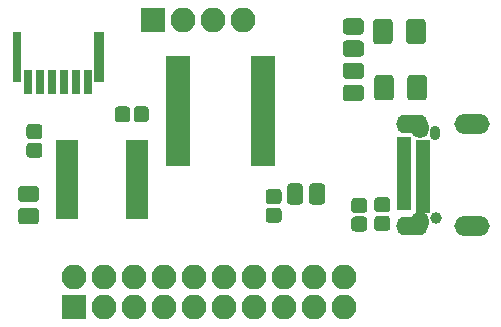
<source format=gts>
G04 #@! TF.GenerationSoftware,KiCad,Pcbnew,(5.1.0)-1*
G04 #@! TF.CreationDate,2019-05-30T16:28:13+02:00*
G04 #@! TF.ProjectId,converterboard,636f6e76-6572-4746-9572-626f6172642e,rev?*
G04 #@! TF.SameCoordinates,Original*
G04 #@! TF.FileFunction,Soldermask,Top*
G04 #@! TF.FilePolarity,Negative*
%FSLAX46Y46*%
G04 Gerber Fmt 4.6, Leading zero omitted, Abs format (unit mm)*
G04 Created by KiCad (PCBNEW (5.1.0)-1) date 2019-05-30 16:28:13*
%MOMM*%
%LPD*%
G04 APERTURE LIST*
%ADD10C,0.100000*%
%ADD11C,1.375000*%
%ADD12O,2.700000X1.600000*%
%ADD13O,1.500000X1.750000*%
%ADD14R,1.200000X0.670000*%
%ADD15R,1.300000X0.670000*%
%ADD16O,0.900000X1.250000*%
%ADD17C,1.000000*%
%ADD18O,3.000000X1.700000*%
%ADD19C,1.275000*%
%ADD20R,2.100000X2.100000*%
%ADD21O,2.100000X2.100000*%
%ADD22R,1.850000X0.850000*%
%ADD23C,1.650000*%
%ADD24R,0.800000X4.300000*%
%ADD25R,0.720000X2.120000*%
%ADD26R,0.820000X4.320000*%
%ADD27R,2.150000X0.850000*%
G04 APERTURE END LIST*
D10*
G36*
X183064943Y-114601655D02*
G01*
X183098312Y-114606605D01*
X183131035Y-114614802D01*
X183162797Y-114626166D01*
X183193293Y-114640590D01*
X183222227Y-114657932D01*
X183249323Y-114678028D01*
X183274318Y-114700682D01*
X183296972Y-114725677D01*
X183317068Y-114752773D01*
X183334410Y-114781707D01*
X183348834Y-114812203D01*
X183360198Y-114843965D01*
X183368395Y-114876688D01*
X183373345Y-114910057D01*
X183375000Y-114943750D01*
X183375000Y-116056250D01*
X183373345Y-116089943D01*
X183368395Y-116123312D01*
X183360198Y-116156035D01*
X183348834Y-116187797D01*
X183334410Y-116218293D01*
X183317068Y-116247227D01*
X183296972Y-116274323D01*
X183274318Y-116299318D01*
X183249323Y-116321972D01*
X183222227Y-116342068D01*
X183193293Y-116359410D01*
X183162797Y-116373834D01*
X183131035Y-116385198D01*
X183098312Y-116393395D01*
X183064943Y-116398345D01*
X183031250Y-116400000D01*
X182343750Y-116400000D01*
X182310057Y-116398345D01*
X182276688Y-116393395D01*
X182243965Y-116385198D01*
X182212203Y-116373834D01*
X182181707Y-116359410D01*
X182152773Y-116342068D01*
X182125677Y-116321972D01*
X182100682Y-116299318D01*
X182078028Y-116274323D01*
X182057932Y-116247227D01*
X182040590Y-116218293D01*
X182026166Y-116187797D01*
X182014802Y-116156035D01*
X182006605Y-116123312D01*
X182001655Y-116089943D01*
X182000000Y-116056250D01*
X182000000Y-114943750D01*
X182001655Y-114910057D01*
X182006605Y-114876688D01*
X182014802Y-114843965D01*
X182026166Y-114812203D01*
X182040590Y-114781707D01*
X182057932Y-114752773D01*
X182078028Y-114725677D01*
X182100682Y-114700682D01*
X182125677Y-114678028D01*
X182152773Y-114657932D01*
X182181707Y-114640590D01*
X182212203Y-114626166D01*
X182243965Y-114614802D01*
X182276688Y-114606605D01*
X182310057Y-114601655D01*
X182343750Y-114600000D01*
X183031250Y-114600000D01*
X183064943Y-114601655D01*
X183064943Y-114601655D01*
G37*
D11*
X182687500Y-115500000D03*
D10*
G36*
X181189943Y-114601655D02*
G01*
X181223312Y-114606605D01*
X181256035Y-114614802D01*
X181287797Y-114626166D01*
X181318293Y-114640590D01*
X181347227Y-114657932D01*
X181374323Y-114678028D01*
X181399318Y-114700682D01*
X181421972Y-114725677D01*
X181442068Y-114752773D01*
X181459410Y-114781707D01*
X181473834Y-114812203D01*
X181485198Y-114843965D01*
X181493395Y-114876688D01*
X181498345Y-114910057D01*
X181500000Y-114943750D01*
X181500000Y-116056250D01*
X181498345Y-116089943D01*
X181493395Y-116123312D01*
X181485198Y-116156035D01*
X181473834Y-116187797D01*
X181459410Y-116218293D01*
X181442068Y-116247227D01*
X181421972Y-116274323D01*
X181399318Y-116299318D01*
X181374323Y-116321972D01*
X181347227Y-116342068D01*
X181318293Y-116359410D01*
X181287797Y-116373834D01*
X181256035Y-116385198D01*
X181223312Y-116393395D01*
X181189943Y-116398345D01*
X181156250Y-116400000D01*
X180468750Y-116400000D01*
X180435057Y-116398345D01*
X180401688Y-116393395D01*
X180368965Y-116385198D01*
X180337203Y-116373834D01*
X180306707Y-116359410D01*
X180277773Y-116342068D01*
X180250677Y-116321972D01*
X180225682Y-116299318D01*
X180203028Y-116274323D01*
X180182932Y-116247227D01*
X180165590Y-116218293D01*
X180151166Y-116187797D01*
X180139802Y-116156035D01*
X180131605Y-116123312D01*
X180126655Y-116089943D01*
X180125000Y-116056250D01*
X180125000Y-114943750D01*
X180126655Y-114910057D01*
X180131605Y-114876688D01*
X180139802Y-114843965D01*
X180151166Y-114812203D01*
X180165590Y-114781707D01*
X180182932Y-114752773D01*
X180203028Y-114725677D01*
X180225682Y-114700682D01*
X180250677Y-114678028D01*
X180277773Y-114657932D01*
X180306707Y-114640590D01*
X180337203Y-114626166D01*
X180368965Y-114614802D01*
X180401688Y-114606605D01*
X180435057Y-114601655D01*
X180468750Y-114600000D01*
X181156250Y-114600000D01*
X181189943Y-114601655D01*
X181189943Y-114601655D01*
G37*
D11*
X180812500Y-115500000D03*
D12*
X190750000Y-109580000D03*
D13*
X191400000Y-109900000D03*
D14*
X191650000Y-111765000D03*
X191650000Y-112765000D03*
X191650000Y-112265000D03*
X191650000Y-111265000D03*
X191650000Y-113765000D03*
X191650000Y-114775000D03*
X191650000Y-114275000D03*
X191650000Y-113265000D03*
X191650000Y-115775000D03*
X191650000Y-115275000D03*
X191650000Y-116275000D03*
X191650000Y-116775000D03*
D15*
X190050000Y-112025000D03*
X190050000Y-111025000D03*
X190050000Y-112525000D03*
X190050000Y-111525000D03*
X190050000Y-113525000D03*
X190050000Y-113025000D03*
X190050000Y-114025000D03*
X190050000Y-115025000D03*
X190050000Y-114525000D03*
X190050000Y-115525000D03*
X190050000Y-116025000D03*
X190050000Y-116525000D03*
D13*
X191400000Y-117900000D03*
D12*
X190750000Y-118220000D03*
D16*
X192685000Y-110300000D03*
D17*
X192750000Y-117500000D03*
D18*
X195800000Y-118220000D03*
X195800000Y-109580000D03*
D10*
G36*
X188587493Y-115776535D02*
G01*
X188618435Y-115781125D01*
X188648778Y-115788725D01*
X188678230Y-115799263D01*
X188706508Y-115812638D01*
X188733338Y-115828719D01*
X188758463Y-115847353D01*
X188781640Y-115868360D01*
X188802647Y-115891537D01*
X188821281Y-115916662D01*
X188837362Y-115943492D01*
X188850737Y-115971770D01*
X188861275Y-116001222D01*
X188868875Y-116031565D01*
X188873465Y-116062507D01*
X188875000Y-116093750D01*
X188875000Y-116731250D01*
X188873465Y-116762493D01*
X188868875Y-116793435D01*
X188861275Y-116823778D01*
X188850737Y-116853230D01*
X188837362Y-116881508D01*
X188821281Y-116908338D01*
X188802647Y-116933463D01*
X188781640Y-116956640D01*
X188758463Y-116977647D01*
X188733338Y-116996281D01*
X188706508Y-117012362D01*
X188678230Y-117025737D01*
X188648778Y-117036275D01*
X188618435Y-117043875D01*
X188587493Y-117048465D01*
X188556250Y-117050000D01*
X187843750Y-117050000D01*
X187812507Y-117048465D01*
X187781565Y-117043875D01*
X187751222Y-117036275D01*
X187721770Y-117025737D01*
X187693492Y-117012362D01*
X187666662Y-116996281D01*
X187641537Y-116977647D01*
X187618360Y-116956640D01*
X187597353Y-116933463D01*
X187578719Y-116908338D01*
X187562638Y-116881508D01*
X187549263Y-116853230D01*
X187538725Y-116823778D01*
X187531125Y-116793435D01*
X187526535Y-116762493D01*
X187525000Y-116731250D01*
X187525000Y-116093750D01*
X187526535Y-116062507D01*
X187531125Y-116031565D01*
X187538725Y-116001222D01*
X187549263Y-115971770D01*
X187562638Y-115943492D01*
X187578719Y-115916662D01*
X187597353Y-115891537D01*
X187618360Y-115868360D01*
X187641537Y-115847353D01*
X187666662Y-115828719D01*
X187693492Y-115812638D01*
X187721770Y-115799263D01*
X187751222Y-115788725D01*
X187781565Y-115781125D01*
X187812507Y-115776535D01*
X187843750Y-115775000D01*
X188556250Y-115775000D01*
X188587493Y-115776535D01*
X188587493Y-115776535D01*
G37*
D19*
X188200000Y-116412500D03*
D10*
G36*
X188587493Y-117351535D02*
G01*
X188618435Y-117356125D01*
X188648778Y-117363725D01*
X188678230Y-117374263D01*
X188706508Y-117387638D01*
X188733338Y-117403719D01*
X188758463Y-117422353D01*
X188781640Y-117443360D01*
X188802647Y-117466537D01*
X188821281Y-117491662D01*
X188837362Y-117518492D01*
X188850737Y-117546770D01*
X188861275Y-117576222D01*
X188868875Y-117606565D01*
X188873465Y-117637507D01*
X188875000Y-117668750D01*
X188875000Y-118306250D01*
X188873465Y-118337493D01*
X188868875Y-118368435D01*
X188861275Y-118398778D01*
X188850737Y-118428230D01*
X188837362Y-118456508D01*
X188821281Y-118483338D01*
X188802647Y-118508463D01*
X188781640Y-118531640D01*
X188758463Y-118552647D01*
X188733338Y-118571281D01*
X188706508Y-118587362D01*
X188678230Y-118600737D01*
X188648778Y-118611275D01*
X188618435Y-118618875D01*
X188587493Y-118623465D01*
X188556250Y-118625000D01*
X187843750Y-118625000D01*
X187812507Y-118623465D01*
X187781565Y-118618875D01*
X187751222Y-118611275D01*
X187721770Y-118600737D01*
X187693492Y-118587362D01*
X187666662Y-118571281D01*
X187641537Y-118552647D01*
X187618360Y-118531640D01*
X187597353Y-118508463D01*
X187578719Y-118483338D01*
X187562638Y-118456508D01*
X187549263Y-118428230D01*
X187538725Y-118398778D01*
X187531125Y-118368435D01*
X187526535Y-118337493D01*
X187525000Y-118306250D01*
X187525000Y-117668750D01*
X187526535Y-117637507D01*
X187531125Y-117606565D01*
X187538725Y-117576222D01*
X187549263Y-117546770D01*
X187562638Y-117518492D01*
X187578719Y-117491662D01*
X187597353Y-117466537D01*
X187618360Y-117443360D01*
X187641537Y-117422353D01*
X187666662Y-117403719D01*
X187693492Y-117387638D01*
X187721770Y-117374263D01*
X187751222Y-117363725D01*
X187781565Y-117356125D01*
X187812507Y-117351535D01*
X187843750Y-117350000D01*
X188556250Y-117350000D01*
X188587493Y-117351535D01*
X188587493Y-117351535D01*
G37*
D19*
X188200000Y-117987500D03*
D20*
X168750000Y-100750000D03*
D21*
X171290000Y-100750000D03*
X173830000Y-100750000D03*
X176370000Y-100750000D03*
D22*
X161550000Y-111325000D03*
X161550000Y-111975000D03*
X161550000Y-112625000D03*
X161550000Y-113275000D03*
X161550000Y-113925000D03*
X161550000Y-114575000D03*
X161550000Y-115225000D03*
X161550000Y-115875000D03*
X161550000Y-116525000D03*
X161550000Y-117175000D03*
X167450000Y-117175000D03*
X167450000Y-116525000D03*
X167450000Y-115875000D03*
X167450000Y-115225000D03*
X167450000Y-114575000D03*
X167450000Y-113925000D03*
X167450000Y-113275000D03*
X167450000Y-112625000D03*
X167450000Y-111975000D03*
X167450000Y-111325000D03*
D21*
X184960000Y-122510000D03*
X184960000Y-125050000D03*
X182420000Y-122510000D03*
X182420000Y-125050000D03*
X179880000Y-122510000D03*
X179880000Y-125050000D03*
X177340000Y-122510000D03*
X177340000Y-125050000D03*
X174800000Y-122510000D03*
X174800000Y-125050000D03*
X172260000Y-122510000D03*
X172260000Y-125050000D03*
X169720000Y-122510000D03*
X169720000Y-125050000D03*
X167180000Y-122510000D03*
X167180000Y-125050000D03*
X164640000Y-122510000D03*
X164640000Y-125050000D03*
X162100000Y-122510000D03*
D20*
X162100000Y-125050000D03*
D10*
G36*
X168137493Y-108076535D02*
G01*
X168168435Y-108081125D01*
X168198778Y-108088725D01*
X168228230Y-108099263D01*
X168256508Y-108112638D01*
X168283338Y-108128719D01*
X168308463Y-108147353D01*
X168331640Y-108168360D01*
X168352647Y-108191537D01*
X168371281Y-108216662D01*
X168387362Y-108243492D01*
X168400737Y-108271770D01*
X168411275Y-108301222D01*
X168418875Y-108331565D01*
X168423465Y-108362507D01*
X168425000Y-108393750D01*
X168425000Y-109106250D01*
X168423465Y-109137493D01*
X168418875Y-109168435D01*
X168411275Y-109198778D01*
X168400737Y-109228230D01*
X168387362Y-109256508D01*
X168371281Y-109283338D01*
X168352647Y-109308463D01*
X168331640Y-109331640D01*
X168308463Y-109352647D01*
X168283338Y-109371281D01*
X168256508Y-109387362D01*
X168228230Y-109400737D01*
X168198778Y-109411275D01*
X168168435Y-109418875D01*
X168137493Y-109423465D01*
X168106250Y-109425000D01*
X167468750Y-109425000D01*
X167437507Y-109423465D01*
X167406565Y-109418875D01*
X167376222Y-109411275D01*
X167346770Y-109400737D01*
X167318492Y-109387362D01*
X167291662Y-109371281D01*
X167266537Y-109352647D01*
X167243360Y-109331640D01*
X167222353Y-109308463D01*
X167203719Y-109283338D01*
X167187638Y-109256508D01*
X167174263Y-109228230D01*
X167163725Y-109198778D01*
X167156125Y-109168435D01*
X167151535Y-109137493D01*
X167150000Y-109106250D01*
X167150000Y-108393750D01*
X167151535Y-108362507D01*
X167156125Y-108331565D01*
X167163725Y-108301222D01*
X167174263Y-108271770D01*
X167187638Y-108243492D01*
X167203719Y-108216662D01*
X167222353Y-108191537D01*
X167243360Y-108168360D01*
X167266537Y-108147353D01*
X167291662Y-108128719D01*
X167318492Y-108112638D01*
X167346770Y-108099263D01*
X167376222Y-108088725D01*
X167406565Y-108081125D01*
X167437507Y-108076535D01*
X167468750Y-108075000D01*
X168106250Y-108075000D01*
X168137493Y-108076535D01*
X168137493Y-108076535D01*
G37*
D19*
X167787500Y-108750000D03*
D10*
G36*
X166562493Y-108076535D02*
G01*
X166593435Y-108081125D01*
X166623778Y-108088725D01*
X166653230Y-108099263D01*
X166681508Y-108112638D01*
X166708338Y-108128719D01*
X166733463Y-108147353D01*
X166756640Y-108168360D01*
X166777647Y-108191537D01*
X166796281Y-108216662D01*
X166812362Y-108243492D01*
X166825737Y-108271770D01*
X166836275Y-108301222D01*
X166843875Y-108331565D01*
X166848465Y-108362507D01*
X166850000Y-108393750D01*
X166850000Y-109106250D01*
X166848465Y-109137493D01*
X166843875Y-109168435D01*
X166836275Y-109198778D01*
X166825737Y-109228230D01*
X166812362Y-109256508D01*
X166796281Y-109283338D01*
X166777647Y-109308463D01*
X166756640Y-109331640D01*
X166733463Y-109352647D01*
X166708338Y-109371281D01*
X166681508Y-109387362D01*
X166653230Y-109400737D01*
X166623778Y-109411275D01*
X166593435Y-109418875D01*
X166562493Y-109423465D01*
X166531250Y-109425000D01*
X165893750Y-109425000D01*
X165862507Y-109423465D01*
X165831565Y-109418875D01*
X165801222Y-109411275D01*
X165771770Y-109400737D01*
X165743492Y-109387362D01*
X165716662Y-109371281D01*
X165691537Y-109352647D01*
X165668360Y-109331640D01*
X165647353Y-109308463D01*
X165628719Y-109283338D01*
X165612638Y-109256508D01*
X165599263Y-109228230D01*
X165588725Y-109198778D01*
X165581125Y-109168435D01*
X165576535Y-109137493D01*
X165575000Y-109106250D01*
X165575000Y-108393750D01*
X165576535Y-108362507D01*
X165581125Y-108331565D01*
X165588725Y-108301222D01*
X165599263Y-108271770D01*
X165612638Y-108243492D01*
X165628719Y-108216662D01*
X165647353Y-108191537D01*
X165668360Y-108168360D01*
X165691537Y-108147353D01*
X165716662Y-108128719D01*
X165743492Y-108112638D01*
X165771770Y-108099263D01*
X165801222Y-108088725D01*
X165831565Y-108081125D01*
X165862507Y-108076535D01*
X165893750Y-108075000D01*
X166531250Y-108075000D01*
X166562493Y-108076535D01*
X166562493Y-108076535D01*
G37*
D19*
X166212500Y-108750000D03*
D10*
G36*
X159137493Y-109576535D02*
G01*
X159168435Y-109581125D01*
X159198778Y-109588725D01*
X159228230Y-109599263D01*
X159256508Y-109612638D01*
X159283338Y-109628719D01*
X159308463Y-109647353D01*
X159331640Y-109668360D01*
X159352647Y-109691537D01*
X159371281Y-109716662D01*
X159387362Y-109743492D01*
X159400737Y-109771770D01*
X159411275Y-109801222D01*
X159418875Y-109831565D01*
X159423465Y-109862507D01*
X159425000Y-109893750D01*
X159425000Y-110531250D01*
X159423465Y-110562493D01*
X159418875Y-110593435D01*
X159411275Y-110623778D01*
X159400737Y-110653230D01*
X159387362Y-110681508D01*
X159371281Y-110708338D01*
X159352647Y-110733463D01*
X159331640Y-110756640D01*
X159308463Y-110777647D01*
X159283338Y-110796281D01*
X159256508Y-110812362D01*
X159228230Y-110825737D01*
X159198778Y-110836275D01*
X159168435Y-110843875D01*
X159137493Y-110848465D01*
X159106250Y-110850000D01*
X158393750Y-110850000D01*
X158362507Y-110848465D01*
X158331565Y-110843875D01*
X158301222Y-110836275D01*
X158271770Y-110825737D01*
X158243492Y-110812362D01*
X158216662Y-110796281D01*
X158191537Y-110777647D01*
X158168360Y-110756640D01*
X158147353Y-110733463D01*
X158128719Y-110708338D01*
X158112638Y-110681508D01*
X158099263Y-110653230D01*
X158088725Y-110623778D01*
X158081125Y-110593435D01*
X158076535Y-110562493D01*
X158075000Y-110531250D01*
X158075000Y-109893750D01*
X158076535Y-109862507D01*
X158081125Y-109831565D01*
X158088725Y-109801222D01*
X158099263Y-109771770D01*
X158112638Y-109743492D01*
X158128719Y-109716662D01*
X158147353Y-109691537D01*
X158168360Y-109668360D01*
X158191537Y-109647353D01*
X158216662Y-109628719D01*
X158243492Y-109612638D01*
X158271770Y-109599263D01*
X158301222Y-109588725D01*
X158331565Y-109581125D01*
X158362507Y-109576535D01*
X158393750Y-109575000D01*
X159106250Y-109575000D01*
X159137493Y-109576535D01*
X159137493Y-109576535D01*
G37*
D19*
X158750000Y-110212500D03*
D10*
G36*
X159137493Y-111151535D02*
G01*
X159168435Y-111156125D01*
X159198778Y-111163725D01*
X159228230Y-111174263D01*
X159256508Y-111187638D01*
X159283338Y-111203719D01*
X159308463Y-111222353D01*
X159331640Y-111243360D01*
X159352647Y-111266537D01*
X159371281Y-111291662D01*
X159387362Y-111318492D01*
X159400737Y-111346770D01*
X159411275Y-111376222D01*
X159418875Y-111406565D01*
X159423465Y-111437507D01*
X159425000Y-111468750D01*
X159425000Y-112106250D01*
X159423465Y-112137493D01*
X159418875Y-112168435D01*
X159411275Y-112198778D01*
X159400737Y-112228230D01*
X159387362Y-112256508D01*
X159371281Y-112283338D01*
X159352647Y-112308463D01*
X159331640Y-112331640D01*
X159308463Y-112352647D01*
X159283338Y-112371281D01*
X159256508Y-112387362D01*
X159228230Y-112400737D01*
X159198778Y-112411275D01*
X159168435Y-112418875D01*
X159137493Y-112423465D01*
X159106250Y-112425000D01*
X158393750Y-112425000D01*
X158362507Y-112423465D01*
X158331565Y-112418875D01*
X158301222Y-112411275D01*
X158271770Y-112400737D01*
X158243492Y-112387362D01*
X158216662Y-112371281D01*
X158191537Y-112352647D01*
X158168360Y-112331640D01*
X158147353Y-112308463D01*
X158128719Y-112283338D01*
X158112638Y-112256508D01*
X158099263Y-112228230D01*
X158088725Y-112198778D01*
X158081125Y-112168435D01*
X158076535Y-112137493D01*
X158075000Y-112106250D01*
X158075000Y-111468750D01*
X158076535Y-111437507D01*
X158081125Y-111406565D01*
X158088725Y-111376222D01*
X158099263Y-111346770D01*
X158112638Y-111318492D01*
X158128719Y-111291662D01*
X158147353Y-111266537D01*
X158168360Y-111243360D01*
X158191537Y-111222353D01*
X158216662Y-111203719D01*
X158243492Y-111187638D01*
X158271770Y-111174263D01*
X158301222Y-111163725D01*
X158331565Y-111156125D01*
X158362507Y-111151535D01*
X158393750Y-111150000D01*
X159106250Y-111150000D01*
X159137493Y-111151535D01*
X159137493Y-111151535D01*
G37*
D19*
X158750000Y-111787500D03*
D10*
G36*
X179387493Y-116651535D02*
G01*
X179418435Y-116656125D01*
X179448778Y-116663725D01*
X179478230Y-116674263D01*
X179506508Y-116687638D01*
X179533338Y-116703719D01*
X179558463Y-116722353D01*
X179581640Y-116743360D01*
X179602647Y-116766537D01*
X179621281Y-116791662D01*
X179637362Y-116818492D01*
X179650737Y-116846770D01*
X179661275Y-116876222D01*
X179668875Y-116906565D01*
X179673465Y-116937507D01*
X179675000Y-116968750D01*
X179675000Y-117606250D01*
X179673465Y-117637493D01*
X179668875Y-117668435D01*
X179661275Y-117698778D01*
X179650737Y-117728230D01*
X179637362Y-117756508D01*
X179621281Y-117783338D01*
X179602647Y-117808463D01*
X179581640Y-117831640D01*
X179558463Y-117852647D01*
X179533338Y-117871281D01*
X179506508Y-117887362D01*
X179478230Y-117900737D01*
X179448778Y-117911275D01*
X179418435Y-117918875D01*
X179387493Y-117923465D01*
X179356250Y-117925000D01*
X178643750Y-117925000D01*
X178612507Y-117923465D01*
X178581565Y-117918875D01*
X178551222Y-117911275D01*
X178521770Y-117900737D01*
X178493492Y-117887362D01*
X178466662Y-117871281D01*
X178441537Y-117852647D01*
X178418360Y-117831640D01*
X178397353Y-117808463D01*
X178378719Y-117783338D01*
X178362638Y-117756508D01*
X178349263Y-117728230D01*
X178338725Y-117698778D01*
X178331125Y-117668435D01*
X178326535Y-117637493D01*
X178325000Y-117606250D01*
X178325000Y-116968750D01*
X178326535Y-116937507D01*
X178331125Y-116906565D01*
X178338725Y-116876222D01*
X178349263Y-116846770D01*
X178362638Y-116818492D01*
X178378719Y-116791662D01*
X178397353Y-116766537D01*
X178418360Y-116743360D01*
X178441537Y-116722353D01*
X178466662Y-116703719D01*
X178493492Y-116687638D01*
X178521770Y-116674263D01*
X178551222Y-116663725D01*
X178581565Y-116656125D01*
X178612507Y-116651535D01*
X178643750Y-116650000D01*
X179356250Y-116650000D01*
X179387493Y-116651535D01*
X179387493Y-116651535D01*
G37*
D19*
X179000000Y-117287500D03*
D10*
G36*
X179387493Y-115076535D02*
G01*
X179418435Y-115081125D01*
X179448778Y-115088725D01*
X179478230Y-115099263D01*
X179506508Y-115112638D01*
X179533338Y-115128719D01*
X179558463Y-115147353D01*
X179581640Y-115168360D01*
X179602647Y-115191537D01*
X179621281Y-115216662D01*
X179637362Y-115243492D01*
X179650737Y-115271770D01*
X179661275Y-115301222D01*
X179668875Y-115331565D01*
X179673465Y-115362507D01*
X179675000Y-115393750D01*
X179675000Y-116031250D01*
X179673465Y-116062493D01*
X179668875Y-116093435D01*
X179661275Y-116123778D01*
X179650737Y-116153230D01*
X179637362Y-116181508D01*
X179621281Y-116208338D01*
X179602647Y-116233463D01*
X179581640Y-116256640D01*
X179558463Y-116277647D01*
X179533338Y-116296281D01*
X179506508Y-116312362D01*
X179478230Y-116325737D01*
X179448778Y-116336275D01*
X179418435Y-116343875D01*
X179387493Y-116348465D01*
X179356250Y-116350000D01*
X178643750Y-116350000D01*
X178612507Y-116348465D01*
X178581565Y-116343875D01*
X178551222Y-116336275D01*
X178521770Y-116325737D01*
X178493492Y-116312362D01*
X178466662Y-116296281D01*
X178441537Y-116277647D01*
X178418360Y-116256640D01*
X178397353Y-116233463D01*
X178378719Y-116208338D01*
X178362638Y-116181508D01*
X178349263Y-116153230D01*
X178338725Y-116123778D01*
X178331125Y-116093435D01*
X178326535Y-116062493D01*
X178325000Y-116031250D01*
X178325000Y-115393750D01*
X178326535Y-115362507D01*
X178331125Y-115331565D01*
X178338725Y-115301222D01*
X178349263Y-115271770D01*
X178362638Y-115243492D01*
X178378719Y-115216662D01*
X178397353Y-115191537D01*
X178418360Y-115168360D01*
X178441537Y-115147353D01*
X178466662Y-115128719D01*
X178493492Y-115112638D01*
X178521770Y-115099263D01*
X178551222Y-115088725D01*
X178581565Y-115081125D01*
X178612507Y-115076535D01*
X178643750Y-115075000D01*
X179356250Y-115075000D01*
X179387493Y-115076535D01*
X179387493Y-115076535D01*
G37*
D19*
X179000000Y-115712500D03*
D10*
G36*
X186637493Y-115826535D02*
G01*
X186668435Y-115831125D01*
X186698778Y-115838725D01*
X186728230Y-115849263D01*
X186756508Y-115862638D01*
X186783338Y-115878719D01*
X186808463Y-115897353D01*
X186831640Y-115918360D01*
X186852647Y-115941537D01*
X186871281Y-115966662D01*
X186887362Y-115993492D01*
X186900737Y-116021770D01*
X186911275Y-116051222D01*
X186918875Y-116081565D01*
X186923465Y-116112507D01*
X186925000Y-116143750D01*
X186925000Y-116781250D01*
X186923465Y-116812493D01*
X186918875Y-116843435D01*
X186911275Y-116873778D01*
X186900737Y-116903230D01*
X186887362Y-116931508D01*
X186871281Y-116958338D01*
X186852647Y-116983463D01*
X186831640Y-117006640D01*
X186808463Y-117027647D01*
X186783338Y-117046281D01*
X186756508Y-117062362D01*
X186728230Y-117075737D01*
X186698778Y-117086275D01*
X186668435Y-117093875D01*
X186637493Y-117098465D01*
X186606250Y-117100000D01*
X185893750Y-117100000D01*
X185862507Y-117098465D01*
X185831565Y-117093875D01*
X185801222Y-117086275D01*
X185771770Y-117075737D01*
X185743492Y-117062362D01*
X185716662Y-117046281D01*
X185691537Y-117027647D01*
X185668360Y-117006640D01*
X185647353Y-116983463D01*
X185628719Y-116958338D01*
X185612638Y-116931508D01*
X185599263Y-116903230D01*
X185588725Y-116873778D01*
X185581125Y-116843435D01*
X185576535Y-116812493D01*
X185575000Y-116781250D01*
X185575000Y-116143750D01*
X185576535Y-116112507D01*
X185581125Y-116081565D01*
X185588725Y-116051222D01*
X185599263Y-116021770D01*
X185612638Y-115993492D01*
X185628719Y-115966662D01*
X185647353Y-115941537D01*
X185668360Y-115918360D01*
X185691537Y-115897353D01*
X185716662Y-115878719D01*
X185743492Y-115862638D01*
X185771770Y-115849263D01*
X185801222Y-115838725D01*
X185831565Y-115831125D01*
X185862507Y-115826535D01*
X185893750Y-115825000D01*
X186606250Y-115825000D01*
X186637493Y-115826535D01*
X186637493Y-115826535D01*
G37*
D19*
X186250000Y-116462500D03*
D10*
G36*
X186637493Y-117401535D02*
G01*
X186668435Y-117406125D01*
X186698778Y-117413725D01*
X186728230Y-117424263D01*
X186756508Y-117437638D01*
X186783338Y-117453719D01*
X186808463Y-117472353D01*
X186831640Y-117493360D01*
X186852647Y-117516537D01*
X186871281Y-117541662D01*
X186887362Y-117568492D01*
X186900737Y-117596770D01*
X186911275Y-117626222D01*
X186918875Y-117656565D01*
X186923465Y-117687507D01*
X186925000Y-117718750D01*
X186925000Y-118356250D01*
X186923465Y-118387493D01*
X186918875Y-118418435D01*
X186911275Y-118448778D01*
X186900737Y-118478230D01*
X186887362Y-118506508D01*
X186871281Y-118533338D01*
X186852647Y-118558463D01*
X186831640Y-118581640D01*
X186808463Y-118602647D01*
X186783338Y-118621281D01*
X186756508Y-118637362D01*
X186728230Y-118650737D01*
X186698778Y-118661275D01*
X186668435Y-118668875D01*
X186637493Y-118673465D01*
X186606250Y-118675000D01*
X185893750Y-118675000D01*
X185862507Y-118673465D01*
X185831565Y-118668875D01*
X185801222Y-118661275D01*
X185771770Y-118650737D01*
X185743492Y-118637362D01*
X185716662Y-118621281D01*
X185691537Y-118602647D01*
X185668360Y-118581640D01*
X185647353Y-118558463D01*
X185628719Y-118533338D01*
X185612638Y-118506508D01*
X185599263Y-118478230D01*
X185588725Y-118448778D01*
X185581125Y-118418435D01*
X185576535Y-118387493D01*
X185575000Y-118356250D01*
X185575000Y-117718750D01*
X185576535Y-117687507D01*
X185581125Y-117656565D01*
X185588725Y-117626222D01*
X185599263Y-117596770D01*
X185612638Y-117568492D01*
X185628719Y-117541662D01*
X185647353Y-117516537D01*
X185668360Y-117493360D01*
X185691537Y-117472353D01*
X185716662Y-117453719D01*
X185743492Y-117437638D01*
X185771770Y-117424263D01*
X185801222Y-117413725D01*
X185831565Y-117406125D01*
X185862507Y-117401535D01*
X185893750Y-117400000D01*
X186606250Y-117400000D01*
X186637493Y-117401535D01*
X186637493Y-117401535D01*
G37*
D19*
X186250000Y-118037500D03*
D10*
G36*
X188877346Y-105426589D02*
G01*
X188909380Y-105431341D01*
X188940794Y-105439210D01*
X188971286Y-105450120D01*
X189000561Y-105463966D01*
X189028338Y-105480615D01*
X189054350Y-105499907D01*
X189078345Y-105521655D01*
X189100093Y-105545650D01*
X189119385Y-105571662D01*
X189136034Y-105599439D01*
X189149880Y-105628714D01*
X189160790Y-105659206D01*
X189168659Y-105690620D01*
X189173411Y-105722654D01*
X189175000Y-105755000D01*
X189175000Y-107245000D01*
X189173411Y-107277346D01*
X189168659Y-107309380D01*
X189160790Y-107340794D01*
X189149880Y-107371286D01*
X189136034Y-107400561D01*
X189119385Y-107428338D01*
X189100093Y-107454350D01*
X189078345Y-107478345D01*
X189054350Y-107500093D01*
X189028338Y-107519385D01*
X189000561Y-107536034D01*
X188971286Y-107549880D01*
X188940794Y-107560790D01*
X188909380Y-107568659D01*
X188877346Y-107573411D01*
X188845000Y-107575000D01*
X187855000Y-107575000D01*
X187822654Y-107573411D01*
X187790620Y-107568659D01*
X187759206Y-107560790D01*
X187728714Y-107549880D01*
X187699439Y-107536034D01*
X187671662Y-107519385D01*
X187645650Y-107500093D01*
X187621655Y-107478345D01*
X187599907Y-107454350D01*
X187580615Y-107428338D01*
X187563966Y-107400561D01*
X187550120Y-107371286D01*
X187539210Y-107340794D01*
X187531341Y-107309380D01*
X187526589Y-107277346D01*
X187525000Y-107245000D01*
X187525000Y-105755000D01*
X187526589Y-105722654D01*
X187531341Y-105690620D01*
X187539210Y-105659206D01*
X187550120Y-105628714D01*
X187563966Y-105599439D01*
X187580615Y-105571662D01*
X187599907Y-105545650D01*
X187621655Y-105521655D01*
X187645650Y-105499907D01*
X187671662Y-105480615D01*
X187699439Y-105463966D01*
X187728714Y-105450120D01*
X187759206Y-105439210D01*
X187790620Y-105431341D01*
X187822654Y-105426589D01*
X187855000Y-105425000D01*
X188845000Y-105425000D01*
X188877346Y-105426589D01*
X188877346Y-105426589D01*
G37*
D23*
X188350000Y-106500000D03*
D10*
G36*
X191677346Y-105426589D02*
G01*
X191709380Y-105431341D01*
X191740794Y-105439210D01*
X191771286Y-105450120D01*
X191800561Y-105463966D01*
X191828338Y-105480615D01*
X191854350Y-105499907D01*
X191878345Y-105521655D01*
X191900093Y-105545650D01*
X191919385Y-105571662D01*
X191936034Y-105599439D01*
X191949880Y-105628714D01*
X191960790Y-105659206D01*
X191968659Y-105690620D01*
X191973411Y-105722654D01*
X191975000Y-105755000D01*
X191975000Y-107245000D01*
X191973411Y-107277346D01*
X191968659Y-107309380D01*
X191960790Y-107340794D01*
X191949880Y-107371286D01*
X191936034Y-107400561D01*
X191919385Y-107428338D01*
X191900093Y-107454350D01*
X191878345Y-107478345D01*
X191854350Y-107500093D01*
X191828338Y-107519385D01*
X191800561Y-107536034D01*
X191771286Y-107549880D01*
X191740794Y-107560790D01*
X191709380Y-107568659D01*
X191677346Y-107573411D01*
X191645000Y-107575000D01*
X190655000Y-107575000D01*
X190622654Y-107573411D01*
X190590620Y-107568659D01*
X190559206Y-107560790D01*
X190528714Y-107549880D01*
X190499439Y-107536034D01*
X190471662Y-107519385D01*
X190445650Y-107500093D01*
X190421655Y-107478345D01*
X190399907Y-107454350D01*
X190380615Y-107428338D01*
X190363966Y-107400561D01*
X190350120Y-107371286D01*
X190339210Y-107340794D01*
X190331341Y-107309380D01*
X190326589Y-107277346D01*
X190325000Y-107245000D01*
X190325000Y-105755000D01*
X190326589Y-105722654D01*
X190331341Y-105690620D01*
X190339210Y-105659206D01*
X190350120Y-105628714D01*
X190363966Y-105599439D01*
X190380615Y-105571662D01*
X190399907Y-105545650D01*
X190421655Y-105521655D01*
X190445650Y-105499907D01*
X190471662Y-105480615D01*
X190499439Y-105463966D01*
X190528714Y-105450120D01*
X190559206Y-105439210D01*
X190590620Y-105431341D01*
X190622654Y-105426589D01*
X190655000Y-105425000D01*
X191645000Y-105425000D01*
X191677346Y-105426589D01*
X191677346Y-105426589D01*
G37*
D23*
X191150000Y-106500000D03*
D10*
G36*
X191577346Y-100676589D02*
G01*
X191609380Y-100681341D01*
X191640794Y-100689210D01*
X191671286Y-100700120D01*
X191700561Y-100713966D01*
X191728338Y-100730615D01*
X191754350Y-100749907D01*
X191778345Y-100771655D01*
X191800093Y-100795650D01*
X191819385Y-100821662D01*
X191836034Y-100849439D01*
X191849880Y-100878714D01*
X191860790Y-100909206D01*
X191868659Y-100940620D01*
X191873411Y-100972654D01*
X191875000Y-101005000D01*
X191875000Y-102495000D01*
X191873411Y-102527346D01*
X191868659Y-102559380D01*
X191860790Y-102590794D01*
X191849880Y-102621286D01*
X191836034Y-102650561D01*
X191819385Y-102678338D01*
X191800093Y-102704350D01*
X191778345Y-102728345D01*
X191754350Y-102750093D01*
X191728338Y-102769385D01*
X191700561Y-102786034D01*
X191671286Y-102799880D01*
X191640794Y-102810790D01*
X191609380Y-102818659D01*
X191577346Y-102823411D01*
X191545000Y-102825000D01*
X190555000Y-102825000D01*
X190522654Y-102823411D01*
X190490620Y-102818659D01*
X190459206Y-102810790D01*
X190428714Y-102799880D01*
X190399439Y-102786034D01*
X190371662Y-102769385D01*
X190345650Y-102750093D01*
X190321655Y-102728345D01*
X190299907Y-102704350D01*
X190280615Y-102678338D01*
X190263966Y-102650561D01*
X190250120Y-102621286D01*
X190239210Y-102590794D01*
X190231341Y-102559380D01*
X190226589Y-102527346D01*
X190225000Y-102495000D01*
X190225000Y-101005000D01*
X190226589Y-100972654D01*
X190231341Y-100940620D01*
X190239210Y-100909206D01*
X190250120Y-100878714D01*
X190263966Y-100849439D01*
X190280615Y-100821662D01*
X190299907Y-100795650D01*
X190321655Y-100771655D01*
X190345650Y-100749907D01*
X190371662Y-100730615D01*
X190399439Y-100713966D01*
X190428714Y-100700120D01*
X190459206Y-100689210D01*
X190490620Y-100681341D01*
X190522654Y-100676589D01*
X190555000Y-100675000D01*
X191545000Y-100675000D01*
X191577346Y-100676589D01*
X191577346Y-100676589D01*
G37*
D23*
X191050000Y-101750000D03*
D10*
G36*
X188777346Y-100676589D02*
G01*
X188809380Y-100681341D01*
X188840794Y-100689210D01*
X188871286Y-100700120D01*
X188900561Y-100713966D01*
X188928338Y-100730615D01*
X188954350Y-100749907D01*
X188978345Y-100771655D01*
X189000093Y-100795650D01*
X189019385Y-100821662D01*
X189036034Y-100849439D01*
X189049880Y-100878714D01*
X189060790Y-100909206D01*
X189068659Y-100940620D01*
X189073411Y-100972654D01*
X189075000Y-101005000D01*
X189075000Y-102495000D01*
X189073411Y-102527346D01*
X189068659Y-102559380D01*
X189060790Y-102590794D01*
X189049880Y-102621286D01*
X189036034Y-102650561D01*
X189019385Y-102678338D01*
X189000093Y-102704350D01*
X188978345Y-102728345D01*
X188954350Y-102750093D01*
X188928338Y-102769385D01*
X188900561Y-102786034D01*
X188871286Y-102799880D01*
X188840794Y-102810790D01*
X188809380Y-102818659D01*
X188777346Y-102823411D01*
X188745000Y-102825000D01*
X187755000Y-102825000D01*
X187722654Y-102823411D01*
X187690620Y-102818659D01*
X187659206Y-102810790D01*
X187628714Y-102799880D01*
X187599439Y-102786034D01*
X187571662Y-102769385D01*
X187545650Y-102750093D01*
X187521655Y-102728345D01*
X187499907Y-102704350D01*
X187480615Y-102678338D01*
X187463966Y-102650561D01*
X187450120Y-102621286D01*
X187439210Y-102590794D01*
X187431341Y-102559380D01*
X187426589Y-102527346D01*
X187425000Y-102495000D01*
X187425000Y-101005000D01*
X187426589Y-100972654D01*
X187431341Y-100940620D01*
X187439210Y-100909206D01*
X187450120Y-100878714D01*
X187463966Y-100849439D01*
X187480615Y-100821662D01*
X187499907Y-100795650D01*
X187521655Y-100771655D01*
X187545650Y-100749907D01*
X187571662Y-100730615D01*
X187599439Y-100713966D01*
X187628714Y-100700120D01*
X187659206Y-100689210D01*
X187690620Y-100681341D01*
X187722654Y-100676589D01*
X187755000Y-100675000D01*
X188745000Y-100675000D01*
X188777346Y-100676589D01*
X188777346Y-100676589D01*
G37*
D23*
X188250000Y-101750000D03*
D24*
X157250000Y-103900000D03*
D25*
X158250000Y-106000000D03*
X159250000Y-106000000D03*
X160250000Y-106000000D03*
X161250000Y-106000000D03*
X162250000Y-106000000D03*
X163250000Y-106000000D03*
D26*
X164250000Y-103900000D03*
D27*
X170900000Y-104275000D03*
X170900000Y-104925000D03*
X170900000Y-105575000D03*
X170900000Y-106225000D03*
X170900000Y-106875000D03*
X170900000Y-107525000D03*
X170900000Y-108175000D03*
X170900000Y-108825000D03*
X170900000Y-109475000D03*
X170900000Y-110125000D03*
X170900000Y-110775000D03*
X170900000Y-111425000D03*
X170900000Y-112075000D03*
X170900000Y-112725000D03*
X178100000Y-112725000D03*
X178100000Y-112075000D03*
X178100000Y-111425000D03*
X178100000Y-110775000D03*
X178100000Y-110125000D03*
X178100000Y-109475000D03*
X178100000Y-108825000D03*
X178100000Y-108175000D03*
X178100000Y-107525000D03*
X178100000Y-106875000D03*
X178100000Y-106225000D03*
X178100000Y-105575000D03*
X178100000Y-104925000D03*
X178100000Y-104275000D03*
D10*
G36*
X186339943Y-104376655D02*
G01*
X186373312Y-104381605D01*
X186406035Y-104389802D01*
X186437797Y-104401166D01*
X186468293Y-104415590D01*
X186497227Y-104432932D01*
X186524323Y-104453028D01*
X186549318Y-104475682D01*
X186571972Y-104500677D01*
X186592068Y-104527773D01*
X186609410Y-104556707D01*
X186623834Y-104587203D01*
X186635198Y-104618965D01*
X186643395Y-104651688D01*
X186648345Y-104685057D01*
X186650000Y-104718750D01*
X186650000Y-105406250D01*
X186648345Y-105439943D01*
X186643395Y-105473312D01*
X186635198Y-105506035D01*
X186623834Y-105537797D01*
X186609410Y-105568293D01*
X186592068Y-105597227D01*
X186571972Y-105624323D01*
X186549318Y-105649318D01*
X186524323Y-105671972D01*
X186497227Y-105692068D01*
X186468293Y-105709410D01*
X186437797Y-105723834D01*
X186406035Y-105735198D01*
X186373312Y-105743395D01*
X186339943Y-105748345D01*
X186306250Y-105750000D01*
X185193750Y-105750000D01*
X185160057Y-105748345D01*
X185126688Y-105743395D01*
X185093965Y-105735198D01*
X185062203Y-105723834D01*
X185031707Y-105709410D01*
X185002773Y-105692068D01*
X184975677Y-105671972D01*
X184950682Y-105649318D01*
X184928028Y-105624323D01*
X184907932Y-105597227D01*
X184890590Y-105568293D01*
X184876166Y-105537797D01*
X184864802Y-105506035D01*
X184856605Y-105473312D01*
X184851655Y-105439943D01*
X184850000Y-105406250D01*
X184850000Y-104718750D01*
X184851655Y-104685057D01*
X184856605Y-104651688D01*
X184864802Y-104618965D01*
X184876166Y-104587203D01*
X184890590Y-104556707D01*
X184907932Y-104527773D01*
X184928028Y-104500677D01*
X184950682Y-104475682D01*
X184975677Y-104453028D01*
X185002773Y-104432932D01*
X185031707Y-104415590D01*
X185062203Y-104401166D01*
X185093965Y-104389802D01*
X185126688Y-104381605D01*
X185160057Y-104376655D01*
X185193750Y-104375000D01*
X186306250Y-104375000D01*
X186339943Y-104376655D01*
X186339943Y-104376655D01*
G37*
D11*
X185750000Y-105062500D03*
D10*
G36*
X186339943Y-106251655D02*
G01*
X186373312Y-106256605D01*
X186406035Y-106264802D01*
X186437797Y-106276166D01*
X186468293Y-106290590D01*
X186497227Y-106307932D01*
X186524323Y-106328028D01*
X186549318Y-106350682D01*
X186571972Y-106375677D01*
X186592068Y-106402773D01*
X186609410Y-106431707D01*
X186623834Y-106462203D01*
X186635198Y-106493965D01*
X186643395Y-106526688D01*
X186648345Y-106560057D01*
X186650000Y-106593750D01*
X186650000Y-107281250D01*
X186648345Y-107314943D01*
X186643395Y-107348312D01*
X186635198Y-107381035D01*
X186623834Y-107412797D01*
X186609410Y-107443293D01*
X186592068Y-107472227D01*
X186571972Y-107499323D01*
X186549318Y-107524318D01*
X186524323Y-107546972D01*
X186497227Y-107567068D01*
X186468293Y-107584410D01*
X186437797Y-107598834D01*
X186406035Y-107610198D01*
X186373312Y-107618395D01*
X186339943Y-107623345D01*
X186306250Y-107625000D01*
X185193750Y-107625000D01*
X185160057Y-107623345D01*
X185126688Y-107618395D01*
X185093965Y-107610198D01*
X185062203Y-107598834D01*
X185031707Y-107584410D01*
X185002773Y-107567068D01*
X184975677Y-107546972D01*
X184950682Y-107524318D01*
X184928028Y-107499323D01*
X184907932Y-107472227D01*
X184890590Y-107443293D01*
X184876166Y-107412797D01*
X184864802Y-107381035D01*
X184856605Y-107348312D01*
X184851655Y-107314943D01*
X184850000Y-107281250D01*
X184850000Y-106593750D01*
X184851655Y-106560057D01*
X184856605Y-106526688D01*
X184864802Y-106493965D01*
X184876166Y-106462203D01*
X184890590Y-106431707D01*
X184907932Y-106402773D01*
X184928028Y-106375677D01*
X184950682Y-106350682D01*
X184975677Y-106328028D01*
X185002773Y-106307932D01*
X185031707Y-106290590D01*
X185062203Y-106276166D01*
X185093965Y-106264802D01*
X185126688Y-106256605D01*
X185160057Y-106251655D01*
X185193750Y-106250000D01*
X186306250Y-106250000D01*
X186339943Y-106251655D01*
X186339943Y-106251655D01*
G37*
D11*
X185750000Y-106937500D03*
D10*
G36*
X186339943Y-100626655D02*
G01*
X186373312Y-100631605D01*
X186406035Y-100639802D01*
X186437797Y-100651166D01*
X186468293Y-100665590D01*
X186497227Y-100682932D01*
X186524323Y-100703028D01*
X186549318Y-100725682D01*
X186571972Y-100750677D01*
X186592068Y-100777773D01*
X186609410Y-100806707D01*
X186623834Y-100837203D01*
X186635198Y-100868965D01*
X186643395Y-100901688D01*
X186648345Y-100935057D01*
X186650000Y-100968750D01*
X186650000Y-101656250D01*
X186648345Y-101689943D01*
X186643395Y-101723312D01*
X186635198Y-101756035D01*
X186623834Y-101787797D01*
X186609410Y-101818293D01*
X186592068Y-101847227D01*
X186571972Y-101874323D01*
X186549318Y-101899318D01*
X186524323Y-101921972D01*
X186497227Y-101942068D01*
X186468293Y-101959410D01*
X186437797Y-101973834D01*
X186406035Y-101985198D01*
X186373312Y-101993395D01*
X186339943Y-101998345D01*
X186306250Y-102000000D01*
X185193750Y-102000000D01*
X185160057Y-101998345D01*
X185126688Y-101993395D01*
X185093965Y-101985198D01*
X185062203Y-101973834D01*
X185031707Y-101959410D01*
X185002773Y-101942068D01*
X184975677Y-101921972D01*
X184950682Y-101899318D01*
X184928028Y-101874323D01*
X184907932Y-101847227D01*
X184890590Y-101818293D01*
X184876166Y-101787797D01*
X184864802Y-101756035D01*
X184856605Y-101723312D01*
X184851655Y-101689943D01*
X184850000Y-101656250D01*
X184850000Y-100968750D01*
X184851655Y-100935057D01*
X184856605Y-100901688D01*
X184864802Y-100868965D01*
X184876166Y-100837203D01*
X184890590Y-100806707D01*
X184907932Y-100777773D01*
X184928028Y-100750677D01*
X184950682Y-100725682D01*
X184975677Y-100703028D01*
X185002773Y-100682932D01*
X185031707Y-100665590D01*
X185062203Y-100651166D01*
X185093965Y-100639802D01*
X185126688Y-100631605D01*
X185160057Y-100626655D01*
X185193750Y-100625000D01*
X186306250Y-100625000D01*
X186339943Y-100626655D01*
X186339943Y-100626655D01*
G37*
D11*
X185750000Y-101312500D03*
D10*
G36*
X186339943Y-102501655D02*
G01*
X186373312Y-102506605D01*
X186406035Y-102514802D01*
X186437797Y-102526166D01*
X186468293Y-102540590D01*
X186497227Y-102557932D01*
X186524323Y-102578028D01*
X186549318Y-102600682D01*
X186571972Y-102625677D01*
X186592068Y-102652773D01*
X186609410Y-102681707D01*
X186623834Y-102712203D01*
X186635198Y-102743965D01*
X186643395Y-102776688D01*
X186648345Y-102810057D01*
X186650000Y-102843750D01*
X186650000Y-103531250D01*
X186648345Y-103564943D01*
X186643395Y-103598312D01*
X186635198Y-103631035D01*
X186623834Y-103662797D01*
X186609410Y-103693293D01*
X186592068Y-103722227D01*
X186571972Y-103749323D01*
X186549318Y-103774318D01*
X186524323Y-103796972D01*
X186497227Y-103817068D01*
X186468293Y-103834410D01*
X186437797Y-103848834D01*
X186406035Y-103860198D01*
X186373312Y-103868395D01*
X186339943Y-103873345D01*
X186306250Y-103875000D01*
X185193750Y-103875000D01*
X185160057Y-103873345D01*
X185126688Y-103868395D01*
X185093965Y-103860198D01*
X185062203Y-103848834D01*
X185031707Y-103834410D01*
X185002773Y-103817068D01*
X184975677Y-103796972D01*
X184950682Y-103774318D01*
X184928028Y-103749323D01*
X184907932Y-103722227D01*
X184890590Y-103693293D01*
X184876166Y-103662797D01*
X184864802Y-103631035D01*
X184856605Y-103598312D01*
X184851655Y-103564943D01*
X184850000Y-103531250D01*
X184850000Y-102843750D01*
X184851655Y-102810057D01*
X184856605Y-102776688D01*
X184864802Y-102743965D01*
X184876166Y-102712203D01*
X184890590Y-102681707D01*
X184907932Y-102652773D01*
X184928028Y-102625677D01*
X184950682Y-102600682D01*
X184975677Y-102578028D01*
X185002773Y-102557932D01*
X185031707Y-102540590D01*
X185062203Y-102526166D01*
X185093965Y-102514802D01*
X185126688Y-102506605D01*
X185160057Y-102501655D01*
X185193750Y-102500000D01*
X186306250Y-102500000D01*
X186339943Y-102501655D01*
X186339943Y-102501655D01*
G37*
D11*
X185750000Y-103187500D03*
D10*
G36*
X158839943Y-116689155D02*
G01*
X158873312Y-116694105D01*
X158906035Y-116702302D01*
X158937797Y-116713666D01*
X158968293Y-116728090D01*
X158997227Y-116745432D01*
X159024323Y-116765528D01*
X159049318Y-116788182D01*
X159071972Y-116813177D01*
X159092068Y-116840273D01*
X159109410Y-116869207D01*
X159123834Y-116899703D01*
X159135198Y-116931465D01*
X159143395Y-116964188D01*
X159148345Y-116997557D01*
X159150000Y-117031250D01*
X159150000Y-117718750D01*
X159148345Y-117752443D01*
X159143395Y-117785812D01*
X159135198Y-117818535D01*
X159123834Y-117850297D01*
X159109410Y-117880793D01*
X159092068Y-117909727D01*
X159071972Y-117936823D01*
X159049318Y-117961818D01*
X159024323Y-117984472D01*
X158997227Y-118004568D01*
X158968293Y-118021910D01*
X158937797Y-118036334D01*
X158906035Y-118047698D01*
X158873312Y-118055895D01*
X158839943Y-118060845D01*
X158806250Y-118062500D01*
X157693750Y-118062500D01*
X157660057Y-118060845D01*
X157626688Y-118055895D01*
X157593965Y-118047698D01*
X157562203Y-118036334D01*
X157531707Y-118021910D01*
X157502773Y-118004568D01*
X157475677Y-117984472D01*
X157450682Y-117961818D01*
X157428028Y-117936823D01*
X157407932Y-117909727D01*
X157390590Y-117880793D01*
X157376166Y-117850297D01*
X157364802Y-117818535D01*
X157356605Y-117785812D01*
X157351655Y-117752443D01*
X157350000Y-117718750D01*
X157350000Y-117031250D01*
X157351655Y-116997557D01*
X157356605Y-116964188D01*
X157364802Y-116931465D01*
X157376166Y-116899703D01*
X157390590Y-116869207D01*
X157407932Y-116840273D01*
X157428028Y-116813177D01*
X157450682Y-116788182D01*
X157475677Y-116765528D01*
X157502773Y-116745432D01*
X157531707Y-116728090D01*
X157562203Y-116713666D01*
X157593965Y-116702302D01*
X157626688Y-116694105D01*
X157660057Y-116689155D01*
X157693750Y-116687500D01*
X158806250Y-116687500D01*
X158839943Y-116689155D01*
X158839943Y-116689155D01*
G37*
D11*
X158250000Y-117375000D03*
D10*
G36*
X158839943Y-114814155D02*
G01*
X158873312Y-114819105D01*
X158906035Y-114827302D01*
X158937797Y-114838666D01*
X158968293Y-114853090D01*
X158997227Y-114870432D01*
X159024323Y-114890528D01*
X159049318Y-114913182D01*
X159071972Y-114938177D01*
X159092068Y-114965273D01*
X159109410Y-114994207D01*
X159123834Y-115024703D01*
X159135198Y-115056465D01*
X159143395Y-115089188D01*
X159148345Y-115122557D01*
X159150000Y-115156250D01*
X159150000Y-115843750D01*
X159148345Y-115877443D01*
X159143395Y-115910812D01*
X159135198Y-115943535D01*
X159123834Y-115975297D01*
X159109410Y-116005793D01*
X159092068Y-116034727D01*
X159071972Y-116061823D01*
X159049318Y-116086818D01*
X159024323Y-116109472D01*
X158997227Y-116129568D01*
X158968293Y-116146910D01*
X158937797Y-116161334D01*
X158906035Y-116172698D01*
X158873312Y-116180895D01*
X158839943Y-116185845D01*
X158806250Y-116187500D01*
X157693750Y-116187500D01*
X157660057Y-116185845D01*
X157626688Y-116180895D01*
X157593965Y-116172698D01*
X157562203Y-116161334D01*
X157531707Y-116146910D01*
X157502773Y-116129568D01*
X157475677Y-116109472D01*
X157450682Y-116086818D01*
X157428028Y-116061823D01*
X157407932Y-116034727D01*
X157390590Y-116005793D01*
X157376166Y-115975297D01*
X157364802Y-115943535D01*
X157356605Y-115910812D01*
X157351655Y-115877443D01*
X157350000Y-115843750D01*
X157350000Y-115156250D01*
X157351655Y-115122557D01*
X157356605Y-115089188D01*
X157364802Y-115056465D01*
X157376166Y-115024703D01*
X157390590Y-114994207D01*
X157407932Y-114965273D01*
X157428028Y-114938177D01*
X157450682Y-114913182D01*
X157475677Y-114890528D01*
X157502773Y-114870432D01*
X157531707Y-114853090D01*
X157562203Y-114838666D01*
X157593965Y-114827302D01*
X157626688Y-114819105D01*
X157660057Y-114814155D01*
X157693750Y-114812500D01*
X158806250Y-114812500D01*
X158839943Y-114814155D01*
X158839943Y-114814155D01*
G37*
D11*
X158250000Y-115500000D03*
M02*

</source>
